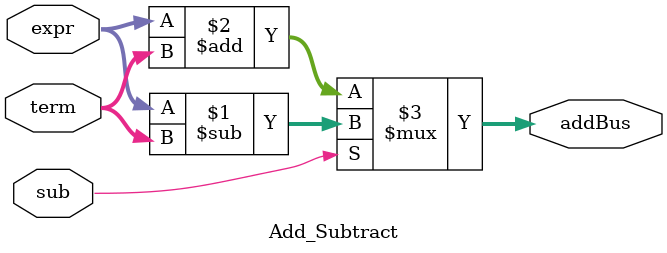
<source format=v>
module Add_Subtract (input [15:0]expr,term,input sub,output [15:0]addBus);

assign addBus=sub?(expr-term):(expr+term);

endmodule
</source>
